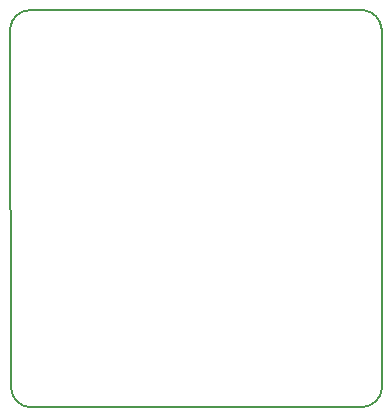
<source format=gm1>
G04 #@! TF.GenerationSoftware,KiCad,Pcbnew,5.99.0+really5.1.10+dfsg1-1*
G04 #@! TF.CreationDate,2022-01-15T17:01:17+02:00*
G04 #@! TF.ProjectId,tia,7469612e-6b69-4636-9164-5f7063625858,rev?*
G04 #@! TF.SameCoordinates,Original*
G04 #@! TF.FileFunction,Profile,NP*
%FSLAX46Y46*%
G04 Gerber Fmt 4.6, Leading zero omitted, Abs format (unit mm)*
G04 Created by KiCad (PCBNEW 5.99.0+really5.1.10+dfsg1-1) date 2022-01-15 17:01:17*
%MOMM*%
%LPD*%
G01*
G04 APERTURE LIST*
G04 #@! TA.AperFunction,Profile*
%ADD10C,0.150000*%
G04 #@! TD*
G04 APERTURE END LIST*
D10*
X156132880Y-115244575D02*
G75*
G02*
X154584400Y-116738400I-1659239J170467D01*
G01*
X126263468Y-116766233D02*
G75*
G02*
X124764800Y-115252500I178324J1675292D01*
G01*
X124673252Y-84658197D02*
G75*
G02*
X126263400Y-83159600I1661888J-170470D01*
G01*
X154614575Y-83160520D02*
G75*
G02*
X156108400Y-84709000I-170467J-1659239D01*
G01*
X156132881Y-115244575D02*
X156108400Y-84709000D01*
X126263468Y-116766233D02*
X154584400Y-116738400D01*
X126263400Y-83159600D02*
X154614575Y-83160519D01*
X124764800Y-115252500D02*
X124673252Y-84658197D01*
M02*

</source>
